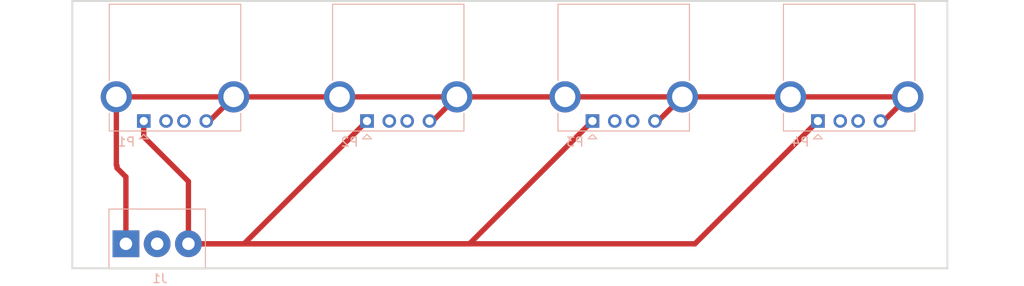
<source format=kicad_pcb>
(kicad_pcb (version 20240108) (generator "pcbnew") (generator_version "8.0")
  (layers (0 "F.Cu" signal) (31 "B.Cu" signal) (34 "B.Paste" user) (35 "F.Paste" user) (36 "B.SilkS" user "B.Silkscreen") (37 "F.SilkS" user "F.Silkscreen") (38 "B.Mask" user) (39 "F.Mask" user) (44 "Edge.Cuts" user))
  (net 0 "")
  (net 10 "GND")
  (net 11 "5V")
  (footprint "Connector_USB:USB_A_CONNFLY_DS1095-WNR0" (layer "B.Cu") (at 178.75 91.4775)
    (property "Reference" "P2" (at -1.95 2.35 360) (layer "B.SilkS") (effects (justify mirror)))
    (property "Value" "Conn_USB_A_Socket_AdamTech_USB-A-S-RA-TSMT")
    (fp_line (start -3.86 -13.1) (end -3.86 -4.56) (stroke (width 0.12)) (layer "B.SilkS"))
    (fp_line (start -3.86 -0.86) (end -3.86 1.12) (stroke (width 0.12)) (layer "B.SilkS"))
    (fp_line (start -0.5 2) (end 0.5 2) (stroke (width 0.12)) (layer "B.SilkS"))
    (fp_line (start 0 1.5) (end -0.5 2) (stroke (width 0.12)) (layer "B.SilkS"))
    (fp_line (start 0.5 2) (end 0 1.5) (stroke (width 0.12)) (layer "B.SilkS"))
    (fp_line (start 10.86 -13.1) (end -3.86 -13.1) (stroke (width 0.12)) (layer "B.SilkS"))
    (fp_line (start 10.86 -13.1) (end 10.86 -4.56) (stroke (width 0.12)) (layer "B.SilkS"))
    (fp_line (start 10.86 1.12) (end -3.86 1.12) (stroke (width 0.12)) (layer "B.SilkS"))
    (fp_line (start 10.86 1.12) (end 10.86 -0.86) (stroke (width 0.12)) (layer "B.SilkS"))
    (pad "1" thru_hole rect (at 0 0) (size 1.524 1.524) (drill 0.92) (layers "*.Cu" "*.Mask") (net 11 "5V"))
    (pad "2" thru_hole circle (at 2.5 0) (size 1.524 1.524) (drill 0.92) (layers "*.Cu" "*.Mask"))
    (pad "3" thru_hole circle (at 4.5 0) (size 1.524 1.524) (drill 0.92) (layers "*.Cu" "*.Mask"))
    (pad "4" thru_hole circle (at 7 0) (size 1.524 1.524) (drill 0.92) (layers "*.Cu" "*.Mask") (net 10 "GND"))
    (pad "5" thru_hole circle (at -3.07 -2.71) (size 3.5 3.5) (drill 2.3) (layers "*.Cu" "*.Mask") (net 10 "GND"))
    (pad "5" thru_hole circle (at 10.07 -2.71) (size 3.5 3.5) (drill 2.3) (layers "*.Cu" "*.Mask") (net 10 "GND"))
  )
  (footprint "Connector_USB:USB_A_CONNFLY_DS1095-WNR0" (layer "B.Cu") (at 229.25 91.4775)
    (property "Reference" "P4" (at -1.95 2.35 360) (layer "B.SilkS") (effects (justify mirror)))
    (property "Value" "Conn_USB_A_Socket_AdamTech_USB-A-S-RA-TSMT")
    (fp_line (start -3.86 -13.1) (end -3.86 -4.56) (stroke (width 0.12)) (layer "B.SilkS"))
    (fp_line (start -3.86 -0.86) (end -3.86 1.12) (stroke (width 0.12)) (layer "B.SilkS"))
    (fp_line (start -0.5 2) (end 0.5 2) (stroke (width 0.12)) (layer "B.SilkS"))
    (fp_line (start 0 1.5) (end -0.5 2) (stroke (width 0.12)) (layer "B.SilkS"))
    (fp_line (start 0.5 2) (end 0 1.5) (stroke (width 0.12)) (layer "B.SilkS"))
    (fp_line (start 10.86 -13.1) (end -3.86 -13.1) (stroke (width 0.12)) (layer "B.SilkS"))
    (fp_line (start 10.86 -13.1) (end 10.86 -4.56) (stroke (width 0.12)) (layer "B.SilkS"))
    (fp_line (start 10.86 1.12) (end -3.86 1.12) (stroke (width 0.12)) (layer "B.SilkS"))
    (fp_line (start 10.86 1.12) (end 10.86 -0.86) (stroke (width 0.12)) (layer "B.SilkS"))
    (pad "1" thru_hole rect (at 0 0) (size 1.524 1.524) (drill 0.92) (layers "*.Cu" "*.Mask") (net 11 "5V"))
    (pad "2" thru_hole circle (at 2.5 0) (size 1.524 1.524) (drill 0.92) (layers "*.Cu" "*.Mask"))
    (pad "3" thru_hole circle (at 4.5 0) (size 1.524 1.524) (drill 0.92) (layers "*.Cu" "*.Mask"))
    (pad "4" thru_hole circle (at 7 0) (size 1.524 1.524) (drill 0.92) (layers "*.Cu" "*.Mask") (net 10 "GND"))
    (pad "5" thru_hole circle (at -3.07 -2.71) (size 3.5 3.5) (drill 2.3) (layers "*.Cu" "*.Mask") (net 10 "GND"))
    (pad "5" thru_hole circle (at 10.07 -2.71) (size 3.5 3.5) (drill 2.3) (layers "*.Cu" "*.Mask") (net 10 "GND"))
  )
  (footprint "Connector_USB:USB_A_CONNFLY_DS1095-WNR0" (layer "B.Cu") (at 204 91.4775)
    (property "Reference" "P3" (at -1.95 2.35 360) (layer "B.SilkS") (effects (justify mirror)))
    (property "Value" "Conn_USB_A_Socket_AdamTech_USB-A-S-RA-TSMT")
    (fp_line (start -3.86 -13.1) (end -3.86 -4.56) (stroke (width 0.12)) (layer "B.SilkS"))
    (fp_line (start -3.86 -0.86) (end -3.86 1.12) (stroke (width 0.12)) (layer "B.SilkS"))
    (fp_line (start -0.5 2) (end 0.5 2) (stroke (width 0.12)) (layer "B.SilkS"))
    (fp_line (start 0 1.5) (end -0.5 2) (stroke (width 0.12)) (layer "B.SilkS"))
    (fp_line (start 0.5 2) (end 0 1.5) (stroke (width 0.12)) (layer "B.SilkS"))
    (fp_line (start 10.86 -13.1) (end -3.86 -13.1) (stroke (width 0.12)) (layer "B.SilkS"))
    (fp_line (start 10.86 -13.1) (end 10.86 -4.56) (stroke (width 0.12)) (layer "B.SilkS"))
    (fp_line (start 10.86 1.12) (end -3.86 1.12) (stroke (width 0.12)) (layer "B.SilkS"))
    (fp_line (start 10.86 1.12) (end 10.86 -0.86) (stroke (width 0.12)) (layer "B.SilkS"))
    (pad "1" thru_hole rect (at 0 0) (size 1.524 1.524) (drill 0.92) (layers "*.Cu" "*.Mask") (net 11 "5V"))
    (pad "2" thru_hole circle (at 2.5 0) (size 1.524 1.524) (drill 0.92) (layers "*.Cu" "*.Mask"))
    (pad "3" thru_hole circle (at 4.5 0) (size 1.524 1.524) (drill 0.92) (layers "*.Cu" "*.Mask"))
    (pad "4" thru_hole circle (at 7 0) (size 1.524 1.524) (drill 0.92) (layers "*.Cu" "*.Mask") (net 10 "GND"))
    (pad "5" thru_hole circle (at -3.07 -2.71) (size 3.5 3.5) (drill 2.3) (layers "*.Cu" "*.Mask") (net 10 "GND"))
    (pad "5" thru_hole circle (at 10.07 -2.71) (size 3.5 3.5) (drill 2.3) (layers "*.Cu" "*.Mask") (net 10 "GND"))
  )
  (footprint "Connector_USB:USB_A_CONNFLY_DS1095-WNR0" (layer "B.Cu") (at 153.75 91.4775)
    (property "Reference" "P1" (at -1.95 2.35 360) (layer "B.SilkS") (effects (justify mirror)))
    (property "Value" "Conn_USB_A_Socket_AdamTech_USB-A-S-RA-TSMT")
    (fp_line (start -3.86 -13.1) (end -3.86 -4.56) (stroke (width 0.12)) (layer "B.SilkS"))
    (fp_line (start -3.86 -0.86) (end -3.86 1.12) (stroke (width 0.12)) (layer "B.SilkS"))
    (fp_line (start -0.5 2) (end 0.5 2) (stroke (width 0.12)) (layer "B.SilkS"))
    (fp_line (start 0 1.5) (end -0.5 2) (stroke (width 0.12)) (layer "B.SilkS"))
    (fp_line (start 0.5 2) (end 0 1.5) (stroke (width 0.12)) (layer "B.SilkS"))
    (fp_line (start 10.86 -13.1) (end -3.86 -13.1) (stroke (width 0.12)) (layer "B.SilkS"))
    (fp_line (start 10.86 -13.1) (end 10.86 -4.56) (stroke (width 0.12)) (layer "B.SilkS"))
    (fp_line (start 10.86 1.12) (end -3.86 1.12) (stroke (width 0.12)) (layer "B.SilkS"))
    (fp_line (start 10.86 1.12) (end 10.86 -0.86) (stroke (width 0.12)) (layer "B.SilkS"))
    (pad "1" thru_hole rect (at 0 0) (size 1.524 1.524) (drill 0.92) (layers "*.Cu" "*.Mask") (net 11 "5V"))
    (pad "2" thru_hole circle (at 2.5 0) (size 1.524 1.524) (drill 0.92) (layers "*.Cu" "*.Mask"))
    (pad "3" thru_hole circle (at 4.5 0) (size 1.524 1.524) (drill 0.92) (layers "*.Cu" "*.Mask"))
    (pad "4" thru_hole circle (at 7 0) (size 1.524 1.524) (drill 0.92) (layers "*.Cu" "*.Mask") (net 10 "GND"))
    (pad "5" thru_hole circle (at -3.07 -2.71) (size 3.5 3.5) (drill 2.3) (layers "*.Cu" "*.Mask") (net 10 "GND"))
    (pad "5" thru_hole circle (at 10.07 -2.71) (size 3.5 3.5) (drill 2.3) (layers "*.Cu" "*.Mask") (net 10 "GND"))
  )
  (footprint "fab:TerminalBlock_OnShore_1x03_P3.50mm_Horizontal" (layer "B.Cu") (at 151.75 105.25)
    (property "Reference" "J1" (at 3.8 3.9 360) (layer "B.SilkS") (effects (justify mirror)))
    (property "Value" "Screw_Terminal_01x03_P3.5mm")
    (fp_line (start -1.9 -3.9) (end -1.9 2.8) (stroke (width 0.12)) (layer "B.SilkS"))
    (fp_line (start 8.9 -3.9) (end -1.9 -3.9) (stroke (width 0.12)) (layer "B.SilkS"))
    (fp_line (start 8.9 -3.9) (end 8.9 2.8) (stroke (width 0.12)) (layer "B.SilkS"))
    (fp_line (start 8.9 2.8) (end -1.9 2.8) (stroke (width 0.12)) (layer "B.SilkS"))
    (pad "1" thru_hole rect (at 0 0 270) (size 3 3) (drill 1.4) (layers "*.Cu" "*.Mask") (net 10 "GND"))
    (pad "2" thru_hole circle (at 3.5 0) (size 3 3) (drill 1.4) (layers "*.Cu" "*.Mask"))
    (pad "3" thru_hole circle (at 7 0) (size 3 3) (drill 1.4) (layers "*.Cu" "*.Mask") (net 11 "5V"))
  )
  (gr_line (start 243.75 78) (end 243.75 108) (stroke (width 0.2)) (layer "Edge.Cuts"))
  (gr_line (start 243.75 108) (end 145.75 108) (stroke (width 0.2)) (layer "Edge.Cuts"))
  (gr_line (start 145.75 108) (end 145.75 78) (stroke (width 0.2)) (layer "Edge.Cuts"))
  (gr_line (start 145.75 78) (end 243.75 78) (stroke (width 0.2)) (layer "Edge.Cuts"))
  (segment (start 151.75 97.75) (end 150.75 96.75) (width 0.6) (layer "F.Cu") (net 10))
  (segment (start 226.18 88.7675) (end 239.32 88.7675) (width 0.6) (layer "F.Cu") (net 10))
  (segment (start 161.11 91.4775) (end 163.82 88.7675) (width 0.6) (layer "F.Cu") (net 10))
  (segment (start 150.75 96.5) (end 150.68 96.43) (width 0.6) (layer "F.Cu") (net 10))
  (segment (start 185.75 91.4775) (end 186.11 91.4775) (width 0.6) (layer "F.Cu") (net 10))
  (segment (start 211 91.4775) (end 211.36 91.4775) (width 0.6) (layer "F.Cu") (net 10))
  (segment (start 236.25 91.4775) (end 236.61 91.4775) (width 0.6) (layer "F.Cu") (net 10))
  (segment (start 150.75 96.75) (end 150.75 96.5) (width 0.6) (layer "F.Cu") (net 10))
  (segment (start 200.93 88.7675) (end 214.07 88.7675) (width 0.6) (layer "F.Cu") (net 10))
  (segment (start 163.82 88.7675) (end 175.68 88.7675) (width 0.6) (layer "F.Cu") (net 10))
  (segment (start 236.61 91.4775) (end 239.32 88.7675) (width 0.6) (layer "F.Cu") (net 10))
  (segment (start 186.11 91.4775) (end 188.82 88.7675) (width 0.6) (layer "F.Cu") (net 10))
  (segment (start 175.68 88.7675) (end 188.82 88.7675) (width 0.6) (layer "F.Cu") (net 10))
  (segment (start 150.68 88.7675) (end 163.82 88.7675) (width 0.6) (layer "F.Cu") (net 10))
  (segment (start 160.75 91.4775) (end 161.11 91.4775) (width 0.6) (layer "F.Cu") (net 10))
  (segment (start 211.36 91.4775) (end 214.07 88.7675) (width 0.6) (layer "F.Cu") (net 10))
  (segment (start 188.82 88.7675) (end 200.93 88.7675) (width 0.6) (layer "F.Cu") (net 10))
  (segment (start 214.07 88.7675) (end 226.18 88.7675) (width 0.6) (layer "F.Cu") (net 10))
  (segment (start 150.68 96.43) (end 150.68 88.7675) (width 0.6) (layer "F.Cu") (net 10))
  (segment (start 151.75 105.25) (end 151.75 97.75) (width 0.6) (layer "F.Cu") (net 10))
  (segment (start 158.75 105.25) (end 164.9775 105.25) (width 0.6) (layer "F.Cu") (net 11))
  (segment (start 153.75 91.4775) (end 153.75 93.25) (width 0.6) (layer "F.Cu") (net 11))
  (segment (start 153.75 93.25) (end 158.75 98.25) (width 0.6) (layer "F.Cu") (net 11))
  (segment (start 190.2275 105.25) (end 204 91.4775) (width 0.6) (layer "F.Cu") (net 11))
  (segment (start 158.75 98.25) (end 158.75 105.25) (width 0.6) (layer "F.Cu") (net 11))
  (segment (start 158.75 105.25) (end 215.4775 105.25) (width 0.6) (layer "F.Cu") (net 11))
  (segment (start 215.4775 105.25) (end 229.25 91.4775) (width 0.6) (layer "F.Cu") (net 11))
  (segment (start 158.75 105.25) (end 190.2275 105.25) (width 0.6) (layer "F.Cu") (net 11))
  (segment (start 164.9775 105.25) (end 178.75 91.4775) (width 0.6) (layer "F.Cu") (net 11))
)
</source>
